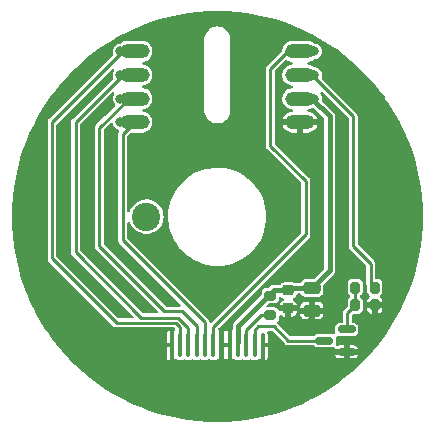
<source format=gbl>
G04 #@! TF.GenerationSoftware,KiCad,Pcbnew,8.0.7*
G04 #@! TF.CreationDate,2025-03-03T17:10:54+00:00*
G04 #@! TF.ProjectId,view_screen,76696577-5f73-4637-9265-656e2e6b6963,rev?*
G04 #@! TF.SameCoordinates,Original*
G04 #@! TF.FileFunction,Copper,L2,Bot*
G04 #@! TF.FilePolarity,Positive*
%FSLAX46Y46*%
G04 Gerber Fmt 4.6, Leading zero omitted, Abs format (unit mm)*
G04 Created by KiCad (PCBNEW 8.0.7) date 2025-03-03 17:10:54*
%MOMM*%
%LPD*%
G01*
G04 APERTURE LIST*
G04 Aperture macros list*
%AMRoundRect*
0 Rectangle with rounded corners*
0 $1 Rounding radius*
0 $2 $3 $4 $5 $6 $7 $8 $9 X,Y pos of 4 corners*
0 Add a 4 corners polygon primitive as box body*
4,1,4,$2,$3,$4,$5,$6,$7,$8,$9,$2,$3,0*
0 Add four circle primitives for the rounded corners*
1,1,$1+$1,$2,$3*
1,1,$1+$1,$4,$5*
1,1,$1+$1,$6,$7*
1,1,$1+$1,$8,$9*
0 Add four rect primitives between the rounded corners*
20,1,$1+$1,$2,$3,$4,$5,0*
20,1,$1+$1,$4,$5,$6,$7,0*
20,1,$1+$1,$6,$7,$8,$9,0*
20,1,$1+$1,$8,$9,$2,$3,0*%
G04 Aperture macros list end*
G04 #@! TA.AperFunction,ComponentPad*
%ADD10C,2.400000*%
G04 #@! TD*
G04 #@! TA.AperFunction,SMDPad,CuDef*
%ADD11RoundRect,0.087500X0.087500X-0.912500X0.087500X0.912500X-0.087500X0.912500X-0.087500X-0.912500X0*%
G04 #@! TD*
G04 #@! TA.AperFunction,SMDPad,CuDef*
%ADD12RoundRect,0.150000X0.587500X0.150000X-0.587500X0.150000X-0.587500X-0.150000X0.587500X-0.150000X0*%
G04 #@! TD*
G04 #@! TA.AperFunction,SMDPad,CuDef*
%ADD13RoundRect,0.200000X0.200000X0.275000X-0.200000X0.275000X-0.200000X-0.275000X0.200000X-0.275000X0*%
G04 #@! TD*
G04 #@! TA.AperFunction,SMDPad,CuDef*
%ADD14RoundRect,0.200000X-0.275000X0.200000X-0.275000X-0.200000X0.275000X-0.200000X0.275000X0.200000X0*%
G04 #@! TD*
G04 #@! TA.AperFunction,SMDPad,CuDef*
%ADD15RoundRect,0.200000X-0.200000X-0.275000X0.200000X-0.275000X0.200000X0.275000X-0.200000X0.275000X0*%
G04 #@! TD*
G04 #@! TA.AperFunction,SMDPad,CuDef*
%ADD16RoundRect,0.225000X-0.250000X0.225000X-0.250000X-0.225000X0.250000X-0.225000X0.250000X0.225000X0*%
G04 #@! TD*
G04 #@! TA.AperFunction,SMDPad,CuDef*
%ADD17RoundRect,0.250000X-0.475000X0.250000X-0.475000X-0.250000X0.475000X-0.250000X0.475000X0.250000X0*%
G04 #@! TD*
G04 #@! TA.AperFunction,SMDPad,CuDef*
%ADD18O,2.500000X1.250000*%
G04 #@! TD*
G04 #@! TA.AperFunction,ViaPad*
%ADD19C,0.800000*%
G04 #@! TD*
G04 #@! TA.AperFunction,Conductor*
%ADD20C,0.400000*%
G04 #@! TD*
G04 #@! TA.AperFunction,Conductor*
%ADD21C,0.250000*%
G04 #@! TD*
G04 APERTURE END LIST*
D10*
X94000000Y-100000000D03*
D11*
X103850000Y-110900000D03*
X103150000Y-110900000D03*
X102450000Y-110900000D03*
X101750000Y-110900000D03*
X101050000Y-110900000D03*
X100350000Y-110900000D03*
X99650000Y-110900000D03*
X98950000Y-110900000D03*
X98250000Y-110900000D03*
X97550000Y-110900000D03*
X96850000Y-110900000D03*
X96150000Y-110900000D03*
D12*
X110937500Y-109550000D03*
X110937500Y-111450000D03*
X109062500Y-110500000D03*
D13*
X113325000Y-106000000D03*
X111675000Y-106000000D03*
D14*
X104500000Y-106675000D03*
X104500000Y-108325000D03*
D15*
X111675000Y-107500000D03*
X113325000Y-107500000D03*
D16*
X106000000Y-106225000D03*
X106000000Y-107775000D03*
D17*
X108000000Y-106050000D03*
X108000000Y-107950000D03*
D18*
X93000000Y-92000000D03*
X93000000Y-90000000D03*
X93000000Y-88000000D03*
X93000000Y-86000000D03*
X107000000Y-92000000D03*
X107000000Y-90000000D03*
X107000000Y-88000000D03*
X107000000Y-86000000D03*
D19*
X93250000Y-107000000D03*
X85000000Y-98500000D03*
X107750000Y-109000000D03*
X105500000Y-93000000D03*
X91000000Y-98500000D03*
X115000000Y-101500000D03*
X100000000Y-116500000D03*
X89000000Y-98500000D03*
X95750000Y-107000000D03*
X87000000Y-98500000D03*
X90750000Y-107000000D03*
X100000000Y-107500000D03*
X98500000Y-92500000D03*
X108200000Y-90000000D03*
X108200000Y-86000000D03*
X108200000Y-88000000D03*
X91800000Y-86000000D03*
X91800000Y-88000000D03*
X91800000Y-90000000D03*
X91800000Y-92000000D03*
D20*
X101750000Y-109250000D02*
X101750000Y-110600000D01*
X108000000Y-90000000D02*
X109500000Y-91500000D01*
X109500000Y-104550000D02*
X108000000Y-106050000D01*
X109500000Y-91500000D02*
X109500000Y-104550000D01*
X106000000Y-106225000D02*
X104775000Y-106225000D01*
D21*
X106175000Y-106050000D02*
X106000000Y-106225000D01*
D20*
X108000000Y-106050000D02*
X106175000Y-106050000D01*
X104775000Y-106225000D02*
X101750000Y-109250000D01*
X108000000Y-90000000D02*
X107000000Y-90000000D01*
D21*
X107500000Y-101500000D02*
X107500000Y-97000000D01*
X99650000Y-110600000D02*
X99650000Y-109350000D01*
X104500000Y-87500000D02*
X106000000Y-86000000D01*
X106000000Y-86000000D02*
X107000000Y-86000000D01*
X104500000Y-94000000D02*
X104500000Y-87500000D01*
X99650000Y-109350000D02*
X107500000Y-101500000D01*
X107500000Y-97000000D02*
X104500000Y-94000000D01*
X113000000Y-105675000D02*
X113325000Y-106000000D01*
X113000000Y-104000000D02*
X113000000Y-105675000D01*
X111500000Y-102500000D02*
X113000000Y-104000000D01*
X107000000Y-88000000D02*
X108000000Y-88000000D01*
X111500000Y-91500000D02*
X111500000Y-102500000D01*
X108000000Y-88000000D02*
X111500000Y-91500000D01*
X96500000Y-109000000D02*
X91500000Y-109000000D01*
X96850000Y-109350000D02*
X96500000Y-109000000D01*
X96850000Y-110600000D02*
X96850000Y-109350000D01*
X91500000Y-109000000D02*
X86000000Y-103500000D01*
X86000000Y-103500000D02*
X86000000Y-92000000D01*
X86000000Y-92000000D02*
X92000000Y-86000000D01*
X92000000Y-86000000D02*
X93000000Y-86000000D01*
X88000000Y-103000000D02*
X93549991Y-108549991D01*
X93549991Y-108549991D02*
X96686401Y-108549991D01*
X92000000Y-88000000D02*
X88000000Y-92000000D01*
X88000000Y-92000000D02*
X88000000Y-103000000D01*
X96686401Y-108549991D02*
X97550000Y-109413589D01*
X93000000Y-88000000D02*
X92000000Y-88000000D01*
X97550000Y-109413589D02*
X97550000Y-110600000D01*
X92500000Y-90000000D02*
X93000000Y-90000000D01*
X98250000Y-110600000D02*
X98250000Y-109250000D01*
X95500000Y-108000000D02*
X90000000Y-102500000D01*
X97000000Y-108000000D02*
X95500000Y-108000000D01*
X98250000Y-109250000D02*
X97000000Y-108000000D01*
X90000000Y-102500000D02*
X90000000Y-92500000D01*
X90000000Y-92500000D02*
X92500000Y-90000000D01*
X92000000Y-93000000D02*
X93000000Y-92000000D01*
X92000000Y-102000000D02*
X92000000Y-93000000D01*
X98950000Y-110600000D02*
X98950000Y-108950000D01*
X98950000Y-108950000D02*
X92000000Y-102000000D01*
X103725000Y-108325000D02*
X104500000Y-108325000D01*
X102450000Y-109600000D02*
X103725000Y-108325000D01*
X102450000Y-110600000D02*
X102450000Y-109600000D01*
X103150000Y-109600000D02*
X103475010Y-109274990D01*
X104774990Y-109274990D02*
X106000000Y-110500000D01*
X103475010Y-109274990D02*
X104774990Y-109274990D01*
X103150000Y-110600000D02*
X103150000Y-109600000D01*
X106000000Y-110500000D02*
X109000000Y-110500000D01*
X111000000Y-108175000D02*
X111675000Y-107500000D01*
X111675000Y-106000000D02*
X111675000Y-107500000D01*
X111000000Y-109550000D02*
X111000000Y-108175000D01*
G04 #@! TA.AperFunction,Conductor*
G36*
X91200366Y-87440492D02*
G01*
X91257202Y-87483039D01*
X91282013Y-87549559D01*
X91266922Y-87618933D01*
X91260031Y-87630123D01*
X91216214Y-87693603D01*
X91216212Y-87693607D01*
X91159849Y-87842220D01*
X91140693Y-87999996D01*
X91140693Y-88000003D01*
X91159849Y-88157777D01*
X91159851Y-88157784D01*
X91171018Y-88187228D01*
X91176472Y-88258014D01*
X91142790Y-88320513D01*
X91142301Y-88321003D01*
X89376684Y-90086621D01*
X87766983Y-91696322D01*
X87766981Y-91696324D01*
X87731653Y-91731652D01*
X87696325Y-91766979D01*
X87696321Y-91766984D01*
X87646362Y-91853518D01*
X87641776Y-91870634D01*
X87641775Y-91870636D01*
X87620499Y-91950034D01*
X87620499Y-92060112D01*
X87620500Y-92060125D01*
X87620500Y-102942303D01*
X87620499Y-102942321D01*
X87620499Y-103049965D01*
X87639399Y-103120497D01*
X87646362Y-103146484D01*
X87696321Y-103233015D01*
X87696329Y-103233025D01*
X87774156Y-103310852D01*
X87774170Y-103310864D01*
X92868711Y-108405405D01*
X92902737Y-108467717D01*
X92897672Y-108538532D01*
X92855125Y-108595368D01*
X92788605Y-108620179D01*
X92779616Y-108620500D01*
X91709384Y-108620500D01*
X91641263Y-108600498D01*
X91620289Y-108583595D01*
X86416405Y-103379711D01*
X86382379Y-103317399D01*
X86379500Y-103290616D01*
X86379500Y-92209383D01*
X86399502Y-92141262D01*
X86416400Y-92120293D01*
X91067241Y-87469451D01*
X91129551Y-87435427D01*
X91200366Y-87440492D01*
G37*
G04 #@! TD.AperFunction*
G04 #@! TA.AperFunction,Conductor*
G36*
X91200366Y-89440492D02*
G01*
X91257202Y-89483039D01*
X91282013Y-89549559D01*
X91266922Y-89618933D01*
X91260031Y-89630123D01*
X91216214Y-89693603D01*
X91216212Y-89693607D01*
X91159849Y-89842220D01*
X91140693Y-89999996D01*
X91140693Y-90000003D01*
X91159849Y-90157779D01*
X91208447Y-90285919D01*
X91216213Y-90306395D01*
X91306502Y-90437201D01*
X91306503Y-90437202D01*
X91306504Y-90437203D01*
X91306505Y-90437204D01*
X91322757Y-90451603D01*
X91360481Y-90511748D01*
X91359699Y-90582740D01*
X91328296Y-90635008D01*
X90523959Y-91439346D01*
X89766983Y-92196322D01*
X89766981Y-92196324D01*
X89731653Y-92231652D01*
X89696325Y-92266979D01*
X89696321Y-92266984D01*
X89646362Y-92353516D01*
X89646363Y-92353516D01*
X89646362Y-92353520D01*
X89620499Y-92450036D01*
X89620499Y-92560112D01*
X89620500Y-92560125D01*
X89620500Y-102442303D01*
X89620499Y-102442321D01*
X89620499Y-102549965D01*
X89639399Y-102620497D01*
X89646362Y-102646484D01*
X89696321Y-102733015D01*
X89696329Y-102733025D01*
X89774156Y-102810852D01*
X89774170Y-102810864D01*
X94918702Y-107955396D01*
X94952728Y-108017708D01*
X94947663Y-108088523D01*
X94905116Y-108145359D01*
X94838596Y-108170170D01*
X94829607Y-108170491D01*
X93759375Y-108170491D01*
X93691254Y-108150489D01*
X93670280Y-108133586D01*
X88416405Y-102879711D01*
X88382379Y-102817399D01*
X88379500Y-102790616D01*
X88379500Y-92209383D01*
X88399502Y-92141262D01*
X88416400Y-92120293D01*
X91067241Y-89469451D01*
X91129551Y-89435427D01*
X91200366Y-89440492D01*
G37*
G04 #@! TD.AperFunction*
G04 #@! TA.AperFunction,Conductor*
G36*
X91079574Y-92061285D02*
G01*
X91136410Y-92103832D01*
X91155377Y-92151033D01*
X91158026Y-92150381D01*
X91159848Y-92157776D01*
X91201264Y-92266979D01*
X91216213Y-92306395D01*
X91306502Y-92437201D01*
X91425471Y-92542599D01*
X91425472Y-92542599D01*
X91425474Y-92542601D01*
X91459862Y-92560649D01*
X91566207Y-92616463D01*
X91566208Y-92616463D01*
X91566210Y-92616464D01*
X91593386Y-92623162D01*
X91654741Y-92658885D01*
X91687042Y-92722108D01*
X91680035Y-92792758D01*
X91672353Y-92808500D01*
X91646362Y-92853517D01*
X91646362Y-92853518D01*
X91646362Y-92853519D01*
X91639400Y-92879500D01*
X91620499Y-92950036D01*
X91620499Y-93060112D01*
X91620500Y-93060125D01*
X91620500Y-101942303D01*
X91620499Y-101942321D01*
X91620499Y-102049965D01*
X91639399Y-102120497D01*
X91646362Y-102146484D01*
X91696321Y-102233015D01*
X91696329Y-102233025D01*
X91774156Y-102310852D01*
X91774170Y-102310864D01*
X96868711Y-107405405D01*
X96902737Y-107467717D01*
X96897672Y-107538532D01*
X96855125Y-107595368D01*
X96788605Y-107620179D01*
X96779616Y-107620500D01*
X95709384Y-107620500D01*
X95641263Y-107600498D01*
X95620289Y-107583595D01*
X90416405Y-102379711D01*
X90382379Y-102317399D01*
X90379500Y-102290616D01*
X90379500Y-92709384D01*
X90399502Y-92641263D01*
X90416400Y-92620293D01*
X90946448Y-92090244D01*
X91008759Y-92056221D01*
X91079574Y-92061285D01*
G37*
G04 #@! TD.AperFunction*
G04 #@! TA.AperFunction,Conductor*
G36*
X100824914Y-82620136D02*
G01*
X100830868Y-82620420D01*
X101650970Y-82679074D01*
X101656869Y-82679637D01*
X102473244Y-82777247D01*
X102479171Y-82778100D01*
X103289931Y-82914436D01*
X103295790Y-82915566D01*
X104099160Y-83090329D01*
X104104985Y-83091741D01*
X104899124Y-83304529D01*
X104904865Y-83306216D01*
X105687973Y-83556548D01*
X105693591Y-83558492D01*
X106463929Y-83845813D01*
X106469496Y-83848042D01*
X107225270Y-84171683D01*
X107230725Y-84174175D01*
X107970200Y-84533391D01*
X107975530Y-84536138D01*
X108271124Y-84697544D01*
X108697135Y-84930163D01*
X108702301Y-84933145D01*
X109404331Y-85361055D01*
X109409344Y-85364277D01*
X109969576Y-85743453D01*
X110090221Y-85825108D01*
X110095103Y-85828584D01*
X110539362Y-86161153D01*
X110753254Y-86321270D01*
X110757964Y-86324974D01*
X111308339Y-86779402D01*
X111391936Y-86848425D01*
X111396463Y-86852347D01*
X111774850Y-87196324D01*
X112004819Y-87405380D01*
X112009159Y-87409519D01*
X112590480Y-87990840D01*
X112594619Y-87995180D01*
X113147647Y-88603531D01*
X113151572Y-88608061D01*
X113226534Y-88698850D01*
X113675022Y-89242031D01*
X113678729Y-89246745D01*
X114171412Y-89904893D01*
X114174891Y-89909778D01*
X114235957Y-90000003D01*
X114541609Y-90451603D01*
X114635712Y-90590639D01*
X114638950Y-90595679D01*
X115048132Y-91266984D01*
X115066845Y-91297684D01*
X115069844Y-91302878D01*
X115463861Y-92024469D01*
X115466608Y-92029799D01*
X115825824Y-92769274D01*
X115828316Y-92774729D01*
X116151957Y-93530503D01*
X116154186Y-93536070D01*
X116441496Y-94306376D01*
X116443457Y-94312044D01*
X116693781Y-95095127D01*
X116695471Y-95100881D01*
X116908257Y-95895011D01*
X116909670Y-95900839D01*
X117084433Y-96704209D01*
X117085568Y-96710097D01*
X117221898Y-97520824D01*
X117222752Y-97526760D01*
X117320358Y-98343095D01*
X117320928Y-98349065D01*
X117379578Y-99169113D01*
X117379863Y-99175103D01*
X117399428Y-99997001D01*
X117399428Y-100002999D01*
X117379863Y-100824896D01*
X117379578Y-100830886D01*
X117320928Y-101650934D01*
X117320358Y-101656904D01*
X117222752Y-102473239D01*
X117221898Y-102479175D01*
X117085568Y-103289902D01*
X117084433Y-103295790D01*
X116909670Y-104099160D01*
X116908257Y-104104988D01*
X116695471Y-104899118D01*
X116693781Y-104904872D01*
X116443457Y-105687955D01*
X116441496Y-105693623D01*
X116154186Y-106463929D01*
X116151957Y-106469496D01*
X115828316Y-107225270D01*
X115825824Y-107230725D01*
X115466608Y-107970200D01*
X115463861Y-107975530D01*
X115069844Y-108697121D01*
X115066845Y-108702315D01*
X114638954Y-109404315D01*
X114635712Y-109409360D01*
X114174891Y-110090221D01*
X114171412Y-110095106D01*
X113678729Y-110753254D01*
X113675022Y-110757968D01*
X113151574Y-111391936D01*
X113147647Y-111396468D01*
X112594619Y-112004819D01*
X112590480Y-112009159D01*
X112009159Y-112590480D01*
X112004819Y-112594619D01*
X111396468Y-113147647D01*
X111391936Y-113151574D01*
X110757968Y-113675022D01*
X110753254Y-113678729D01*
X110095106Y-114171412D01*
X110090221Y-114174891D01*
X109409360Y-114635712D01*
X109404315Y-114638954D01*
X108702315Y-115066845D01*
X108697121Y-115069844D01*
X107975530Y-115463861D01*
X107970200Y-115466608D01*
X107230725Y-115825824D01*
X107225270Y-115828316D01*
X106469496Y-116151957D01*
X106463929Y-116154186D01*
X105693623Y-116441496D01*
X105687955Y-116443457D01*
X104904872Y-116693781D01*
X104899118Y-116695471D01*
X104104988Y-116908257D01*
X104099160Y-116909670D01*
X103295790Y-117084433D01*
X103289902Y-117085568D01*
X102479175Y-117221898D01*
X102473239Y-117222752D01*
X101656904Y-117320358D01*
X101650934Y-117320928D01*
X100830886Y-117379578D01*
X100824896Y-117379863D01*
X100002999Y-117399428D01*
X99997001Y-117399428D01*
X99175103Y-117379863D01*
X99169113Y-117379578D01*
X98349065Y-117320928D01*
X98343095Y-117320358D01*
X97526760Y-117222752D01*
X97520824Y-117221898D01*
X96710097Y-117085568D01*
X96704209Y-117084433D01*
X95900839Y-116909670D01*
X95895011Y-116908257D01*
X95100881Y-116695471D01*
X95095127Y-116693781D01*
X94312044Y-116443457D01*
X94306383Y-116441498D01*
X94045969Y-116344369D01*
X93536070Y-116154186D01*
X93530503Y-116151957D01*
X92774729Y-115828316D01*
X92769274Y-115825824D01*
X92029799Y-115466608D01*
X92024469Y-115463861D01*
X91302878Y-115069844D01*
X91297684Y-115066845D01*
X90595684Y-114638954D01*
X90590639Y-114635712D01*
X89909778Y-114174891D01*
X89904893Y-114171412D01*
X89246745Y-113678729D01*
X89242031Y-113675022D01*
X88608063Y-113151574D01*
X88603531Y-113147647D01*
X87995180Y-112594619D01*
X87990840Y-112590480D01*
X87409519Y-112009159D01*
X87405380Y-112004819D01*
X87266929Y-111852518D01*
X95721000Y-111852518D01*
X95727547Y-111902248D01*
X95778445Y-112011400D01*
X95863599Y-112096554D01*
X95972751Y-112147451D01*
X95975000Y-112147747D01*
X95975000Y-111075000D01*
X95721000Y-111075000D01*
X95721000Y-111852518D01*
X87266929Y-111852518D01*
X86852352Y-111396468D01*
X86848425Y-111391936D01*
X86569814Y-111054500D01*
X86324974Y-110757964D01*
X86321270Y-110753254D01*
X85995567Y-110318166D01*
X85828584Y-110095103D01*
X85825108Y-110090221D01*
X85822746Y-110086731D01*
X85728499Y-109947481D01*
X95721000Y-109947481D01*
X95721000Y-110725000D01*
X95975000Y-110725000D01*
X95975000Y-109652250D01*
X95972755Y-109652547D01*
X95972748Y-109652549D01*
X95863599Y-109703445D01*
X95778445Y-109788599D01*
X95727547Y-109897751D01*
X95721000Y-109947481D01*
X85728499Y-109947481D01*
X85364277Y-109409344D01*
X85361055Y-109404331D01*
X84933145Y-108702301D01*
X84930155Y-108697121D01*
X84900009Y-108641913D01*
X84685041Y-108248226D01*
X84536138Y-107975530D01*
X84533391Y-107970200D01*
X84174175Y-107230725D01*
X84171683Y-107225270D01*
X83848042Y-106469496D01*
X83845813Y-106463929D01*
X83807218Y-106360451D01*
X83558492Y-105693591D01*
X83556542Y-105687955D01*
X83550885Y-105670259D01*
X83306216Y-104904865D01*
X83304528Y-104899118D01*
X83285760Y-104829076D01*
X83091741Y-104104985D01*
X83090329Y-104099160D01*
X82915566Y-103295790D01*
X82914436Y-103289931D01*
X82778100Y-102479171D01*
X82777247Y-102473239D01*
X82774473Y-102450038D01*
X82679637Y-101656869D01*
X82679074Y-101650970D01*
X82620420Y-100830868D01*
X82620136Y-100824896D01*
X82617035Y-100694640D01*
X82600571Y-100002982D01*
X82600571Y-99997001D01*
X82606218Y-99759777D01*
X82620136Y-99175083D01*
X82620421Y-99169113D01*
X82679074Y-98349025D01*
X82679637Y-98343134D01*
X82777248Y-97526749D01*
X82778101Y-97520824D01*
X82914438Y-96710060D01*
X82915566Y-96704209D01*
X83090329Y-95900839D01*
X83091742Y-95895011D01*
X83304528Y-95100881D01*
X83306218Y-95095127D01*
X83323853Y-95039961D01*
X83556552Y-94312013D01*
X83558487Y-94306420D01*
X83845821Y-93536049D01*
X83848042Y-93530503D01*
X84171689Y-92774715D01*
X84174175Y-92769274D01*
X84216011Y-92683153D01*
X84533392Y-92029796D01*
X84536138Y-92024469D01*
X84576780Y-91950038D01*
X84576782Y-91950034D01*
X85620499Y-91950034D01*
X85620499Y-92060112D01*
X85620500Y-92060125D01*
X85620500Y-103442303D01*
X85620499Y-103442321D01*
X85620499Y-103450038D01*
X85620499Y-103549962D01*
X85639400Y-103620500D01*
X85646362Y-103646482D01*
X85656954Y-103664828D01*
X85696321Y-103733015D01*
X85696329Y-103733025D01*
X85774156Y-103810852D01*
X85774170Y-103810864D01*
X91191913Y-109228607D01*
X91191934Y-109228630D01*
X91266974Y-109303670D01*
X91266979Y-109303674D01*
X91266981Y-109303676D01*
X91266982Y-109303677D01*
X91266984Y-109303678D01*
X91295231Y-109319986D01*
X91303832Y-109324952D01*
X91353519Y-109353639D01*
X91450038Y-109379501D01*
X91450040Y-109379501D01*
X91557680Y-109379501D01*
X91557696Y-109379500D01*
X96290616Y-109379500D01*
X96358737Y-109399502D01*
X96379711Y-109416405D01*
X96397129Y-109433823D01*
X96431155Y-109496135D01*
X96426090Y-109566950D01*
X96383543Y-109623786D01*
X96338160Y-109640712D01*
X96325000Y-109652250D01*
X96325000Y-112147747D01*
X96327248Y-112147451D01*
X96446291Y-112091942D01*
X96516483Y-112081281D01*
X96551981Y-112095182D01*
X96553320Y-112092313D01*
X96563310Y-112096971D01*
X96563311Y-112096972D01*
X96672618Y-112147943D01*
X96722424Y-112154500D01*
X96722431Y-112154500D01*
X96977569Y-112154500D01*
X96977576Y-112154500D01*
X97027382Y-112147943D01*
X97136689Y-112096972D01*
X97136689Y-112096971D01*
X97146680Y-112092313D01*
X97148561Y-112096348D01*
X97193822Y-112080610D01*
X97252213Y-112094685D01*
X97253320Y-112092313D01*
X97263310Y-112096971D01*
X97263311Y-112096972D01*
X97372618Y-112147943D01*
X97422424Y-112154500D01*
X97422431Y-112154500D01*
X97677569Y-112154500D01*
X97677576Y-112154500D01*
X97727382Y-112147943D01*
X97836689Y-112096972D01*
X97836689Y-112096971D01*
X97846680Y-112092313D01*
X97848561Y-112096348D01*
X97893822Y-112080610D01*
X97952213Y-112094685D01*
X97953320Y-112092313D01*
X97963310Y-112096971D01*
X97963311Y-112096972D01*
X98072618Y-112147943D01*
X98122424Y-112154500D01*
X98122431Y-112154500D01*
X98377569Y-112154500D01*
X98377576Y-112154500D01*
X98427382Y-112147943D01*
X98536689Y-112096972D01*
X98536689Y-112096971D01*
X98546680Y-112092313D01*
X98548561Y-112096348D01*
X98593822Y-112080610D01*
X98652213Y-112094685D01*
X98653320Y-112092313D01*
X98663310Y-112096971D01*
X98663311Y-112096972D01*
X98772618Y-112147943D01*
X98822424Y-112154500D01*
X98822431Y-112154500D01*
X99077569Y-112154500D01*
X99077576Y-112154500D01*
X99127382Y-112147943D01*
X99236689Y-112096972D01*
X99236689Y-112096971D01*
X99246680Y-112092313D01*
X99248561Y-112096348D01*
X99293822Y-112080610D01*
X99352213Y-112094685D01*
X99353320Y-112092313D01*
X99363310Y-112096971D01*
X99363311Y-112096972D01*
X99472618Y-112147943D01*
X99522424Y-112154500D01*
X99522431Y-112154500D01*
X99777569Y-112154500D01*
X99777576Y-112154500D01*
X99827382Y-112147943D01*
X99936689Y-112096972D01*
X99936689Y-112096971D01*
X99946680Y-112092313D01*
X99948447Y-112096102D01*
X99995368Y-112080240D01*
X100053709Y-112091942D01*
X100172751Y-112147451D01*
X100175000Y-112147747D01*
X100525000Y-112147747D01*
X100527248Y-112147451D01*
X100646388Y-112091897D01*
X100648180Y-112095741D01*
X100694881Y-112079942D01*
X100752473Y-112094339D01*
X100753612Y-112091897D01*
X100872751Y-112147451D01*
X100874999Y-112147747D01*
X100875000Y-112147747D01*
X100875000Y-111075000D01*
X100525000Y-111075000D01*
X100525000Y-112147747D01*
X100175000Y-112147747D01*
X100175000Y-109652250D01*
X100525000Y-109652250D01*
X100525000Y-110725000D01*
X100875000Y-110725000D01*
X100875000Y-109652250D01*
X100872755Y-109652547D01*
X100872748Y-109652549D01*
X100753612Y-109708103D01*
X100751829Y-109704280D01*
X100704886Y-109720066D01*
X100647546Y-109705619D01*
X100646388Y-109708103D01*
X100527251Y-109652549D01*
X100527244Y-109652547D01*
X100525000Y-109652250D01*
X100175000Y-109652250D01*
X100161656Y-109640552D01*
X100138297Y-109636917D01*
X100085184Y-109589805D01*
X100065973Y-109521457D01*
X100086764Y-109453573D01*
X100102865Y-109433828D01*
X107722642Y-101814050D01*
X107722652Y-101814043D01*
X107803670Y-101733025D01*
X107803676Y-101733019D01*
X107853638Y-101646482D01*
X107879500Y-101549962D01*
X107879500Y-97060125D01*
X107879501Y-97060112D01*
X107879501Y-96950038D01*
X107879500Y-96950036D01*
X107859884Y-96876831D01*
X107853638Y-96853519D01*
X107853638Y-96853518D01*
X107803676Y-96766981D01*
X107803674Y-96766979D01*
X107803670Y-96766974D01*
X107728630Y-96691934D01*
X107728607Y-96691913D01*
X104916405Y-93879711D01*
X104882379Y-93817399D01*
X104879500Y-93790616D01*
X104879500Y-92254000D01*
X105529305Y-92254000D01*
X105529781Y-92256397D01*
X105529781Y-92256398D01*
X105596040Y-92416363D01*
X105692235Y-92560329D01*
X105692240Y-92560335D01*
X105814664Y-92682759D01*
X105814670Y-92682764D01*
X105958636Y-92778959D01*
X106118601Y-92845218D01*
X106118604Y-92845219D01*
X106288422Y-92878999D01*
X106288426Y-92879000D01*
X106746000Y-92879000D01*
X107254000Y-92879000D01*
X107711574Y-92879000D01*
X107711577Y-92878999D01*
X107881395Y-92845219D01*
X107881398Y-92845218D01*
X108041363Y-92778959D01*
X108185329Y-92682764D01*
X108185335Y-92682759D01*
X108307759Y-92560335D01*
X108307764Y-92560329D01*
X108403959Y-92416363D01*
X108470218Y-92256398D01*
X108470218Y-92256397D01*
X108470695Y-92254000D01*
X107254000Y-92254000D01*
X107254000Y-92879000D01*
X106746000Y-92879000D01*
X106746000Y-92254000D01*
X105529305Y-92254000D01*
X104879500Y-92254000D01*
X104879500Y-87709384D01*
X104899502Y-87641263D01*
X104916400Y-87620293D01*
X105764726Y-86771966D01*
X105827037Y-86737943D01*
X105897852Y-86743007D01*
X105923819Y-86756297D01*
X105958400Y-86779403D01*
X106118459Y-86845702D01*
X106231823Y-86868251D01*
X106272896Y-86876421D01*
X106335805Y-86909329D01*
X106370937Y-86971024D01*
X106367137Y-87041918D01*
X106325611Y-87099504D01*
X106272896Y-87123579D01*
X106118458Y-87154298D01*
X106118453Y-87154300D01*
X105958400Y-87220597D01*
X105814352Y-87316846D01*
X105814346Y-87316851D01*
X105691851Y-87439346D01*
X105691846Y-87439352D01*
X105595597Y-87583400D01*
X105529300Y-87743453D01*
X105529298Y-87743460D01*
X105495500Y-87913371D01*
X105495500Y-88086628D01*
X105509654Y-88157782D01*
X105529298Y-88256541D01*
X105595597Y-88416600D01*
X105691847Y-88560649D01*
X105814351Y-88683153D01*
X105958400Y-88779403D01*
X106118459Y-88845702D01*
X106231823Y-88868251D01*
X106272896Y-88876421D01*
X106335805Y-88909329D01*
X106370937Y-88971024D01*
X106367137Y-89041918D01*
X106325611Y-89099504D01*
X106272896Y-89123579D01*
X106118458Y-89154298D01*
X106118453Y-89154300D01*
X105958400Y-89220597D01*
X105814352Y-89316846D01*
X105814346Y-89316851D01*
X105691851Y-89439346D01*
X105691846Y-89439352D01*
X105595597Y-89583400D01*
X105529300Y-89743453D01*
X105529298Y-89743460D01*
X105495500Y-89913371D01*
X105495500Y-90086628D01*
X105515366Y-90186498D01*
X105529298Y-90256541D01*
X105595597Y-90416600D01*
X105691847Y-90560649D01*
X105814351Y-90683153D01*
X105958400Y-90779403D01*
X106118459Y-90845702D01*
X106274178Y-90876675D01*
X106337087Y-90909582D01*
X106372219Y-90971277D01*
X106368419Y-91042172D01*
X106326894Y-91099758D01*
X106274179Y-91123833D01*
X106118602Y-91154780D01*
X106118601Y-91154781D01*
X105958636Y-91221040D01*
X105814670Y-91317235D01*
X105814664Y-91317240D01*
X105692240Y-91439664D01*
X105692235Y-91439670D01*
X105596040Y-91583636D01*
X105529781Y-91743601D01*
X105529781Y-91743602D01*
X105529305Y-91746000D01*
X108470695Y-91746000D01*
X108470218Y-91743602D01*
X108470218Y-91743601D01*
X108403959Y-91583636D01*
X108307764Y-91439670D01*
X108307759Y-91439664D01*
X108185335Y-91317240D01*
X108185329Y-91317235D01*
X108041363Y-91221040D01*
X107881398Y-91154781D01*
X107725820Y-91123833D01*
X107662911Y-91090925D01*
X107627780Y-91029229D01*
X107631581Y-90958334D01*
X107673107Y-90900749D01*
X107725819Y-90876676D01*
X107881541Y-90845702D01*
X108031023Y-90783783D01*
X108101613Y-90776194D01*
X108165100Y-90807973D01*
X108168337Y-90811097D01*
X109008595Y-91651355D01*
X109042621Y-91713667D01*
X109045500Y-91740450D01*
X109045500Y-104309548D01*
X109025498Y-104377669D01*
X109008595Y-104398644D01*
X108148642Y-105258596D01*
X108086330Y-105292621D01*
X108059547Y-105295500D01*
X107476753Y-105295500D01*
X107476729Y-105295502D01*
X107416660Y-105301959D01*
X107416658Y-105301959D01*
X107280733Y-105352657D01*
X107164596Y-105439595D01*
X107115894Y-105504654D01*
X107099437Y-105526640D01*
X107085687Y-105545008D01*
X107028852Y-105587555D01*
X106984818Y-105595500D01*
X106551718Y-105595500D01*
X106490893Y-105577640D01*
X106490072Y-105579144D01*
X106482164Y-105574826D01*
X106482163Y-105574825D01*
X106352973Y-105526640D01*
X106345834Y-105525872D01*
X106295871Y-105520500D01*
X106295864Y-105520500D01*
X105704136Y-105520500D01*
X105704128Y-105520500D01*
X105647027Y-105526640D01*
X105517833Y-105574826D01*
X105517832Y-105574827D01*
X105407456Y-105657456D01*
X105360628Y-105720010D01*
X105303792Y-105762556D01*
X105259761Y-105770500D01*
X104842570Y-105770500D01*
X104842554Y-105770499D01*
X104834836Y-105770499D01*
X104715164Y-105770499D01*
X104623997Y-105794927D01*
X104609892Y-105798706D01*
X104599567Y-105801473D01*
X104495933Y-105861306D01*
X104495928Y-105861310D01*
X104460188Y-105897051D01*
X104411309Y-105945930D01*
X104411307Y-105945932D01*
X104373642Y-105983597D01*
X104311330Y-106017621D01*
X104284549Y-106020500D01*
X104170259Y-106020500D01*
X104170244Y-106020501D01*
X104139547Y-106023379D01*
X104139544Y-106023380D01*
X104010232Y-106068628D01*
X104010225Y-106068631D01*
X103899989Y-106149989D01*
X103818631Y-106260225D01*
X103818628Y-106260232D01*
X103773379Y-106389545D01*
X103770500Y-106420248D01*
X103770500Y-106534549D01*
X103750498Y-106602670D01*
X103733595Y-106623644D01*
X101470932Y-108886307D01*
X101470930Y-108886309D01*
X101446249Y-108910990D01*
X101386310Y-108970928D01*
X101386306Y-108970933D01*
X101326472Y-109074570D01*
X101322179Y-109090593D01*
X101295499Y-109190160D01*
X101295499Y-109319986D01*
X101295500Y-109319999D01*
X101295500Y-109533342D01*
X101275498Y-109601463D01*
X101252562Y-109628088D01*
X101225000Y-109652251D01*
X101225000Y-112147747D01*
X101227248Y-112147451D01*
X101346291Y-112091942D01*
X101416483Y-112081281D01*
X101451981Y-112095182D01*
X101453320Y-112092313D01*
X101463310Y-112096971D01*
X101463311Y-112096972D01*
X101572618Y-112147943D01*
X101622424Y-112154500D01*
X101622431Y-112154500D01*
X101877569Y-112154500D01*
X101877576Y-112154500D01*
X101927382Y-112147943D01*
X102036689Y-112096972D01*
X102036689Y-112096971D01*
X102046680Y-112092313D01*
X102048561Y-112096348D01*
X102093822Y-112080610D01*
X102152213Y-112094685D01*
X102153320Y-112092313D01*
X102163310Y-112096971D01*
X102163311Y-112096972D01*
X102272618Y-112147943D01*
X102322424Y-112154500D01*
X102322431Y-112154500D01*
X102577569Y-112154500D01*
X102577576Y-112154500D01*
X102627382Y-112147943D01*
X102736689Y-112096972D01*
X102736689Y-112096971D01*
X102746680Y-112092313D01*
X102748561Y-112096348D01*
X102793822Y-112080610D01*
X102852213Y-112094685D01*
X102853320Y-112092313D01*
X102863310Y-112096971D01*
X102863311Y-112096972D01*
X102972618Y-112147943D01*
X103022424Y-112154500D01*
X103022431Y-112154500D01*
X103277569Y-112154500D01*
X103277576Y-112154500D01*
X103327382Y-112147943D01*
X103436689Y-112096972D01*
X103436689Y-112096971D01*
X103446680Y-112092313D01*
X103448447Y-112096102D01*
X103495368Y-112080240D01*
X103553709Y-112091942D01*
X103672751Y-112147451D01*
X103675000Y-112147747D01*
X104025000Y-112147747D01*
X104027248Y-112147451D01*
X104136400Y-112096554D01*
X104221554Y-112011400D01*
X104272452Y-111902248D01*
X104278999Y-111852518D01*
X104279000Y-111852507D01*
X104279000Y-111704000D01*
X109957437Y-111704000D01*
X109960983Y-111726393D01*
X109960986Y-111726402D01*
X110019081Y-111840421D01*
X110019084Y-111840426D01*
X110109575Y-111930917D01*
X110223599Y-111989015D01*
X110318208Y-112003999D01*
X110683500Y-112003999D01*
X111191500Y-112003999D01*
X111556792Y-112003999D01*
X111651397Y-111989016D01*
X111765424Y-111930917D01*
X111855915Y-111840426D01*
X111855917Y-111840423D01*
X111914016Y-111726399D01*
X111917564Y-111704001D01*
X111917563Y-111704000D01*
X111191500Y-111704000D01*
X111191500Y-112003999D01*
X110683500Y-112003999D01*
X110683500Y-111704000D01*
X109957437Y-111704000D01*
X104279000Y-111704000D01*
X104279000Y-111075000D01*
X104025000Y-111075000D01*
X104025000Y-112147747D01*
X103675000Y-112147747D01*
X103675000Y-111026000D01*
X103695002Y-110957879D01*
X103748658Y-110911386D01*
X103801000Y-110900000D01*
X103850000Y-110900000D01*
X103850000Y-110851000D01*
X103870002Y-110782879D01*
X103923658Y-110736386D01*
X103976000Y-110725000D01*
X104279000Y-110725000D01*
X104279000Y-109947493D01*
X104278999Y-109947481D01*
X104272452Y-109897750D01*
X104272452Y-109897749D01*
X104242604Y-109833739D01*
X104231943Y-109763548D01*
X104260923Y-109698735D01*
X104320343Y-109659879D01*
X104356799Y-109654490D01*
X104565606Y-109654490D01*
X104633727Y-109674492D01*
X104654701Y-109691395D01*
X105691913Y-110728607D01*
X105691934Y-110728630D01*
X105766974Y-110803670D01*
X105766979Y-110803674D01*
X105766981Y-110803676D01*
X105766982Y-110803677D01*
X105766984Y-110803678D01*
X105853514Y-110853636D01*
X105853518Y-110853638D01*
X105873909Y-110859101D01*
X105873914Y-110859104D01*
X105873915Y-110859103D01*
X105950038Y-110879501D01*
X106057680Y-110879501D01*
X106057696Y-110879500D01*
X108080260Y-110879500D01*
X108148381Y-110899502D01*
X108169355Y-110916405D01*
X108234276Y-110981326D01*
X108291361Y-111010412D01*
X108348445Y-111039498D01*
X108443166Y-111054500D01*
X108443168Y-111054500D01*
X109681832Y-111054500D01*
X109681834Y-111054500D01*
X109776555Y-111039498D01*
X109779938Y-111037774D01*
X109784500Y-111036917D01*
X109785984Y-111036435D01*
X109786046Y-111036626D01*
X109849710Y-111024666D01*
X109915497Y-111051362D01*
X109956407Y-111109386D01*
X109961594Y-111169750D01*
X109957436Y-111195999D01*
X109957437Y-111196000D01*
X110683500Y-111196000D01*
X111191500Y-111196000D01*
X111917563Y-111196000D01*
X111917563Y-111195999D01*
X111914016Y-111173606D01*
X111914013Y-111173597D01*
X111855918Y-111059578D01*
X111855915Y-111059573D01*
X111765424Y-110969082D01*
X111651400Y-110910984D01*
X111556792Y-110896000D01*
X111191500Y-110896000D01*
X111191500Y-111196000D01*
X110683500Y-111196000D01*
X110683500Y-110896000D01*
X110318207Y-110896000D01*
X110223600Y-110910983D01*
X110223598Y-110910984D01*
X110220504Y-110912561D01*
X110216341Y-110913342D01*
X110214170Y-110914048D01*
X110214078Y-110913767D01*
X110150726Y-110925660D01*
X110084943Y-110898955D01*
X110044041Y-110840925D01*
X110038860Y-110780579D01*
X110039497Y-110776556D01*
X110039498Y-110776555D01*
X110054500Y-110681834D01*
X110054500Y-110318166D01*
X110039498Y-110223445D01*
X110039497Y-110223444D01*
X110038957Y-110220030D01*
X110048057Y-110149619D01*
X110093779Y-110095305D01*
X110161607Y-110074333D01*
X110213990Y-110086513D01*
X110214016Y-110086435D01*
X110214929Y-110086731D01*
X110220607Y-110088052D01*
X110223445Y-110089498D01*
X110318166Y-110104500D01*
X110318168Y-110104500D01*
X111556832Y-110104500D01*
X111556834Y-110104500D01*
X111651555Y-110089498D01*
X111765723Y-110031326D01*
X111856326Y-109940723D01*
X111914498Y-109826555D01*
X111929500Y-109731834D01*
X111929500Y-109368166D01*
X111914498Y-109273445D01*
X111872062Y-109190160D01*
X111856326Y-109159276D01*
X111765723Y-109068673D01*
X111651553Y-109010501D01*
X111586836Y-109000251D01*
X111556834Y-108995500D01*
X111556832Y-108995500D01*
X111505500Y-108995500D01*
X111437379Y-108975498D01*
X111390886Y-108921842D01*
X111379500Y-108869500D01*
X111379500Y-108384384D01*
X111399502Y-108316263D01*
X111416405Y-108295289D01*
X111445290Y-108266404D01*
X111507602Y-108232378D01*
X111534385Y-108229499D01*
X111929739Y-108229499D01*
X111929748Y-108229499D01*
X111960451Y-108226621D01*
X112089773Y-108181369D01*
X112200010Y-108100010D01*
X112281369Y-107989773D01*
X112326621Y-107860451D01*
X112329500Y-107829749D01*
X112329500Y-107829688D01*
X112671000Y-107829688D01*
X112673876Y-107860360D01*
X112719076Y-107989534D01*
X112800347Y-108099652D01*
X112910465Y-108180923D01*
X113039640Y-108226123D01*
X113039638Y-108226123D01*
X113070311Y-108228999D01*
X113070317Y-108229000D01*
X113071000Y-108229000D01*
X113579000Y-108229000D01*
X113579683Y-108229000D01*
X113579688Y-108228999D01*
X113610360Y-108226123D01*
X113739534Y-108180923D01*
X113849652Y-108099652D01*
X113930923Y-107989534D01*
X113976123Y-107860360D01*
X113978999Y-107829688D01*
X113979000Y-107829682D01*
X113979000Y-107754000D01*
X113579000Y-107754000D01*
X113579000Y-108229000D01*
X113071000Y-108229000D01*
X113071000Y-107754000D01*
X112671000Y-107754000D01*
X112671000Y-107829688D01*
X112329500Y-107829688D01*
X112329499Y-107170252D01*
X112326621Y-107139549D01*
X112299013Y-107060650D01*
X112281371Y-107010232D01*
X112281368Y-107010225D01*
X112200010Y-106899989D01*
X112134145Y-106851379D01*
X112091213Y-106794834D01*
X112085666Y-106724055D01*
X112119267Y-106661513D01*
X112134145Y-106648621D01*
X112200010Y-106600010D01*
X112241152Y-106544265D01*
X112281369Y-106489773D01*
X112326621Y-106360451D01*
X112329500Y-106329749D01*
X112329499Y-105670252D01*
X112326621Y-105639549D01*
X112297292Y-105555733D01*
X112281371Y-105510232D01*
X112281368Y-105510225D01*
X112200010Y-105399989D01*
X112089774Y-105318631D01*
X112089767Y-105318628D01*
X111960453Y-105273379D01*
X111960455Y-105273379D01*
X111935889Y-105271075D01*
X111929749Y-105270500D01*
X111929748Y-105270500D01*
X111420259Y-105270500D01*
X111420244Y-105270501D01*
X111389547Y-105273379D01*
X111389544Y-105273380D01*
X111260232Y-105318628D01*
X111260225Y-105318631D01*
X111149989Y-105399989D01*
X111068631Y-105510225D01*
X111068628Y-105510232D01*
X111023379Y-105639545D01*
X111020500Y-105670248D01*
X111020500Y-106329740D01*
X111020501Y-106329755D01*
X111023379Y-106360452D01*
X111023380Y-106360455D01*
X111068628Y-106489767D01*
X111068631Y-106489774D01*
X111149988Y-106600008D01*
X111149989Y-106600008D01*
X111149990Y-106600010D01*
X111182013Y-106623644D01*
X111215855Y-106648621D01*
X111258787Y-106705166D01*
X111264333Y-106775946D01*
X111230732Y-106838488D01*
X111215855Y-106851379D01*
X111149988Y-106899991D01*
X111068631Y-107010225D01*
X111068628Y-107010232D01*
X111023379Y-107139545D01*
X111020500Y-107170248D01*
X111020500Y-107565615D01*
X111000498Y-107633736D01*
X110983595Y-107654710D01*
X110766983Y-107871322D01*
X110766981Y-107871324D01*
X110731653Y-107906652D01*
X110696325Y-107941979D01*
X110696321Y-107941984D01*
X110646362Y-108028516D01*
X110646363Y-108028516D01*
X110646362Y-108028518D01*
X110646362Y-108028519D01*
X110641723Y-108045832D01*
X110620499Y-108125036D01*
X110620499Y-108235112D01*
X110620500Y-108235125D01*
X110620500Y-108869500D01*
X110600498Y-108937621D01*
X110546842Y-108984114D01*
X110494500Y-108995500D01*
X110318166Y-108995500D01*
X110292266Y-108999602D01*
X110223446Y-109010501D01*
X110109276Y-109068673D01*
X110018673Y-109159276D01*
X109960501Y-109273446D01*
X109945500Y-109368167D01*
X109945500Y-109731833D01*
X109961042Y-109829970D01*
X109951942Y-109900381D01*
X109906219Y-109954694D01*
X109838391Y-109975666D01*
X109786009Y-109963486D01*
X109785984Y-109963565D01*
X109785065Y-109963266D01*
X109779395Y-109961948D01*
X109776556Y-109960501D01*
X109702172Y-109948721D01*
X109681834Y-109945500D01*
X108443166Y-109945500D01*
X108417266Y-109949602D01*
X108348446Y-109960501D01*
X108234276Y-110018673D01*
X108234274Y-110018675D01*
X108169355Y-110083595D01*
X108107043Y-110117621D01*
X108080260Y-110120500D01*
X106209384Y-110120500D01*
X106141263Y-110100498D01*
X106120289Y-110083595D01*
X105085854Y-109049160D01*
X105085842Y-109049146D01*
X105080813Y-109044117D01*
X105079418Y-109041563D01*
X105072419Y-109033301D01*
X105072414Y-109033294D01*
X105074204Y-109032014D01*
X105046787Y-108981805D01*
X105051852Y-108910990D01*
X105094399Y-108854154D01*
X105094863Y-108853808D01*
X105100010Y-108850010D01*
X105181369Y-108739773D01*
X105226621Y-108610451D01*
X105229500Y-108579749D01*
X105229499Y-108460416D01*
X105249500Y-108392298D01*
X105303156Y-108345805D01*
X105373430Y-108335700D01*
X105431009Y-108359550D01*
X105518079Y-108424731D01*
X105647139Y-108472868D01*
X105704167Y-108478999D01*
X105704184Y-108479000D01*
X105746000Y-108479000D01*
X106254000Y-108479000D01*
X106295816Y-108479000D01*
X106295832Y-108478999D01*
X106352860Y-108472868D01*
X106481920Y-108424731D01*
X106592186Y-108342186D01*
X106662542Y-108248202D01*
X107021001Y-108248202D01*
X107021002Y-108248226D01*
X107027452Y-108308232D01*
X107027452Y-108308234D01*
X107078100Y-108444023D01*
X107164952Y-108560047D01*
X107280976Y-108646899D01*
X107280975Y-108646899D01*
X107416761Y-108697546D01*
X107416769Y-108697548D01*
X107476785Y-108703999D01*
X107746000Y-108703999D01*
X108254000Y-108703999D01*
X108523203Y-108703999D01*
X108523226Y-108703997D01*
X108583232Y-108697547D01*
X108583234Y-108697547D01*
X108719023Y-108646899D01*
X108835047Y-108560047D01*
X108921899Y-108444023D01*
X108972546Y-108308238D01*
X108972548Y-108308230D01*
X108978999Y-108248222D01*
X108979000Y-108248205D01*
X108979000Y-108204000D01*
X108254000Y-108204000D01*
X108254000Y-108703999D01*
X107746000Y-108703999D01*
X107746000Y-108204000D01*
X107021001Y-108204000D01*
X107021001Y-108248202D01*
X106662542Y-108248202D01*
X106674731Y-108231920D01*
X106722868Y-108102860D01*
X106728999Y-108045832D01*
X106729000Y-108045815D01*
X106729000Y-108029000D01*
X106254000Y-108029000D01*
X106254000Y-108479000D01*
X105746000Y-108479000D01*
X105746000Y-108029000D01*
X105312332Y-108029000D01*
X105244211Y-108008998D01*
X105197718Y-107955342D01*
X105193403Y-107944616D01*
X105181370Y-107910230D01*
X105181368Y-107910225D01*
X105100010Y-107799989D01*
X104989774Y-107718631D01*
X104989767Y-107718628D01*
X104860453Y-107673379D01*
X104860455Y-107673379D01*
X104829751Y-107670500D01*
X104276449Y-107670500D01*
X104212684Y-107651777D01*
X107021000Y-107651777D01*
X107021000Y-107696000D01*
X107746000Y-107696000D01*
X108254000Y-107696000D01*
X108978999Y-107696000D01*
X108978999Y-107651797D01*
X108978997Y-107651773D01*
X108972547Y-107591767D01*
X108972547Y-107591765D01*
X108921899Y-107455976D01*
X108835047Y-107339952D01*
X108719023Y-107253100D01*
X108719024Y-107253100D01*
X108583238Y-107202453D01*
X108583230Y-107202451D01*
X108523222Y-107196000D01*
X108254000Y-107196000D01*
X108254000Y-107696000D01*
X107746000Y-107696000D01*
X107746000Y-107196000D01*
X107476797Y-107196000D01*
X107476773Y-107196002D01*
X107416767Y-107202452D01*
X107416765Y-107202452D01*
X107280976Y-107253100D01*
X107164952Y-107339952D01*
X107078100Y-107455976D01*
X107027453Y-107591761D01*
X107027451Y-107591769D01*
X107021000Y-107651777D01*
X104212684Y-107651777D01*
X104208328Y-107650498D01*
X104161835Y-107596842D01*
X104151731Y-107526568D01*
X104181225Y-107461988D01*
X104187337Y-107455421D01*
X104276356Y-107366402D01*
X104338668Y-107332378D01*
X104365451Y-107329499D01*
X104829739Y-107329499D01*
X104829748Y-107329499D01*
X104860451Y-107326621D01*
X104989773Y-107281369D01*
X105100010Y-107200010D01*
X105115131Y-107179520D01*
X105161403Y-107144387D01*
X105162938Y-107122936D01*
X105179614Y-107092149D01*
X105181369Y-107089773D01*
X105226621Y-106960451D01*
X105229500Y-106929749D01*
X105229500Y-106911043D01*
X105249502Y-106842922D01*
X105303158Y-106796429D01*
X105373432Y-106786325D01*
X105431008Y-106810175D01*
X105486050Y-106851379D01*
X105517833Y-106875172D01*
X105517835Y-106875174D01*
X105517836Y-106875174D01*
X105517837Y-106875175D01*
X105536701Y-106882210D01*
X105593536Y-106924756D01*
X105618348Y-106991276D01*
X105603257Y-107060650D01*
X105553056Y-107110853D01*
X105536705Y-107118320D01*
X105518082Y-107125266D01*
X105407812Y-107207814D01*
X105381860Y-107242482D01*
X105336215Y-107276649D01*
X105334863Y-107297568D01*
X105327102Y-107314720D01*
X105325270Y-107318074D01*
X105277131Y-107447139D01*
X105271000Y-107504167D01*
X105271000Y-107521000D01*
X106729000Y-107521000D01*
X106729000Y-107504184D01*
X106728999Y-107504167D01*
X106722868Y-107447139D01*
X106674731Y-107318079D01*
X106592186Y-107207813D01*
X106481919Y-107125267D01*
X106463295Y-107118321D01*
X106406461Y-107075773D01*
X106381651Y-107009253D01*
X106396743Y-106939879D01*
X106446947Y-106889677D01*
X106463282Y-106882217D01*
X106482163Y-106875175D01*
X106592544Y-106792544D01*
X106675175Y-106682163D01*
X106710867Y-106586465D01*
X106753414Y-106529632D01*
X106819934Y-106504821D01*
X106828923Y-106504500D01*
X106984818Y-106504500D01*
X107052939Y-106524502D01*
X107085685Y-106554990D01*
X107164596Y-106660404D01*
X107280733Y-106747342D01*
X107416658Y-106798040D01*
X107476745Y-106804500D01*
X108523254Y-106804499D01*
X108583342Y-106798040D01*
X108719267Y-106747342D01*
X108835404Y-106660404D01*
X108922342Y-106544267D01*
X108973040Y-106408342D01*
X108979500Y-106348255D01*
X108979499Y-105765448D01*
X108999501Y-105697328D01*
X109016399Y-105676359D01*
X109768693Y-104924065D01*
X109768703Y-104924058D01*
X109863685Y-104829076D01*
X109863691Y-104829070D01*
X109923527Y-104725431D01*
X109954500Y-104609836D01*
X109954500Y-91440164D01*
X109923527Y-91324569D01*
X109923525Y-91324566D01*
X109923525Y-91324564D01*
X109863693Y-91220933D01*
X109863685Y-91220923D01*
X109774681Y-91131919D01*
X109774658Y-91131898D01*
X108879241Y-90236481D01*
X108845215Y-90174169D01*
X108843255Y-90132198D01*
X108848789Y-90086628D01*
X108859307Y-90000000D01*
X108859307Y-89999996D01*
X108840150Y-89842220D01*
X108819517Y-89787816D01*
X108783787Y-89693605D01*
X108739970Y-89630126D01*
X108717735Y-89562702D01*
X108735482Y-89493960D01*
X108787577Y-89445724D01*
X108857480Y-89433310D01*
X108922997Y-89460660D01*
X108932762Y-89469456D01*
X111083595Y-91620289D01*
X111117621Y-91682601D01*
X111120500Y-91709384D01*
X111120500Y-102442303D01*
X111120499Y-102442321D01*
X111120499Y-102549965D01*
X111139399Y-102620497D01*
X111146362Y-102646484D01*
X111196321Y-102733015D01*
X111196329Y-102733025D01*
X111274156Y-102810852D01*
X111274170Y-102810864D01*
X112583595Y-104120289D01*
X112617621Y-104182601D01*
X112620500Y-104209384D01*
X112620500Y-105617303D01*
X112620499Y-105617321D01*
X112620499Y-105724965D01*
X112632701Y-105770500D01*
X112640896Y-105801084D01*
X112646362Y-105821482D01*
X112653618Y-105834051D01*
X112670500Y-105897051D01*
X112670500Y-106329740D01*
X112670501Y-106329755D01*
X112673379Y-106360452D01*
X112673380Y-106360455D01*
X112718628Y-106489767D01*
X112718631Y-106489774D01*
X112799989Y-106600010D01*
X112866275Y-106648931D01*
X112909207Y-106705476D01*
X112914754Y-106776255D01*
X112881153Y-106838797D01*
X112866275Y-106851689D01*
X112800348Y-106900344D01*
X112719076Y-107010465D01*
X112673876Y-107139639D01*
X112671000Y-107170311D01*
X112671000Y-107246000D01*
X113979000Y-107246000D01*
X113979000Y-107170317D01*
X113978999Y-107170311D01*
X113976123Y-107139639D01*
X113930923Y-107010465D01*
X113849652Y-106900347D01*
X113783724Y-106851690D01*
X113740792Y-106795145D01*
X113735245Y-106724365D01*
X113768845Y-106661823D01*
X113783712Y-106648940D01*
X113850010Y-106600010D01*
X113931369Y-106489773D01*
X113976621Y-106360451D01*
X113979500Y-106329749D01*
X113979499Y-105670252D01*
X113976621Y-105639549D01*
X113947292Y-105555733D01*
X113931371Y-105510232D01*
X113931368Y-105510225D01*
X113850010Y-105399989D01*
X113739774Y-105318631D01*
X113739767Y-105318628D01*
X113610453Y-105273379D01*
X113610455Y-105273379D01*
X113579751Y-105270500D01*
X113579749Y-105270500D01*
X113505500Y-105270500D01*
X113437379Y-105250498D01*
X113390886Y-105196842D01*
X113379500Y-105144500D01*
X113379500Y-103950039D01*
X113379500Y-103950038D01*
X113353638Y-103853518D01*
X113353636Y-103853515D01*
X113353636Y-103853513D01*
X113303678Y-103766984D01*
X113303670Y-103766974D01*
X113228630Y-103691934D01*
X113228607Y-103691913D01*
X111916405Y-102379711D01*
X111882379Y-102317399D01*
X111879500Y-102290616D01*
X111879500Y-91450039D01*
X111879500Y-91450038D01*
X111853638Y-91353518D01*
X111853636Y-91353515D01*
X111853636Y-91353513D01*
X111803678Y-91266984D01*
X111803670Y-91266974D01*
X111728630Y-91191934D01*
X111728607Y-91191913D01*
X108857698Y-88321004D01*
X108823672Y-88258692D01*
X108828737Y-88187877D01*
X108828982Y-88187227D01*
X108840149Y-88157781D01*
X108840150Y-88157777D01*
X108848789Y-88086623D01*
X108859307Y-88000003D01*
X108859307Y-87999996D01*
X108840150Y-87842220D01*
X108826538Y-87806331D01*
X108783787Y-87693605D01*
X108693498Y-87562799D01*
X108574529Y-87457401D01*
X108574528Y-87457400D01*
X108574525Y-87457398D01*
X108433797Y-87383539D01*
X108433795Y-87383538D01*
X108433793Y-87383537D01*
X108433791Y-87383536D01*
X108433790Y-87383536D01*
X108279472Y-87345500D01*
X108279471Y-87345500D01*
X108265645Y-87345500D01*
X108197524Y-87325498D01*
X108185707Y-87316896D01*
X108185653Y-87316851D01*
X108185649Y-87316847D01*
X108041600Y-87220597D01*
X107881541Y-87154298D01*
X107792248Y-87136536D01*
X107727104Y-87123579D01*
X107664194Y-87090672D01*
X107629062Y-87028977D01*
X107632862Y-86958082D01*
X107674388Y-86900496D01*
X107727104Y-86876421D01*
X107753656Y-86871139D01*
X107881541Y-86845702D01*
X108041600Y-86779403D01*
X108185649Y-86683153D01*
X108185659Y-86683143D01*
X108185707Y-86683104D01*
X108185746Y-86683087D01*
X108190795Y-86679714D01*
X108191434Y-86680671D01*
X108251053Y-86655348D01*
X108265645Y-86654500D01*
X108279470Y-86654500D01*
X108279471Y-86654500D01*
X108433793Y-86616463D01*
X108574529Y-86542599D01*
X108693498Y-86437201D01*
X108783787Y-86306395D01*
X108840149Y-86157782D01*
X108840149Y-86157781D01*
X108840150Y-86157779D01*
X108859307Y-86000003D01*
X108859307Y-85999996D01*
X108840150Y-85842220D01*
X108826538Y-85806331D01*
X108783787Y-85693605D01*
X108693498Y-85562799D01*
X108574529Y-85457401D01*
X108574528Y-85457400D01*
X108574525Y-85457398D01*
X108433797Y-85383539D01*
X108433795Y-85383538D01*
X108433793Y-85383537D01*
X108433791Y-85383536D01*
X108433790Y-85383536D01*
X108279472Y-85345500D01*
X108279471Y-85345500D01*
X108265645Y-85345500D01*
X108197524Y-85325498D01*
X108185707Y-85316896D01*
X108185653Y-85316851D01*
X108185649Y-85316847D01*
X108041600Y-85220597D01*
X107881541Y-85154298D01*
X107832993Y-85144641D01*
X107711628Y-85120500D01*
X107711623Y-85120500D01*
X106288377Y-85120500D01*
X106288371Y-85120500D01*
X106142733Y-85149469D01*
X106118459Y-85154298D01*
X106118456Y-85154298D01*
X106118453Y-85154300D01*
X105958400Y-85220597D01*
X105814352Y-85316846D01*
X105814346Y-85316851D01*
X105691851Y-85439346D01*
X105691846Y-85439352D01*
X105595597Y-85583400D01*
X105529300Y-85743453D01*
X105529298Y-85743460D01*
X105495500Y-85913371D01*
X105495500Y-85915615D01*
X105495168Y-85916743D01*
X105494894Y-85919533D01*
X105494364Y-85919480D01*
X105475498Y-85983736D01*
X105458595Y-86004710D01*
X104846845Y-86616460D01*
X104266983Y-87196322D01*
X104266981Y-87196324D01*
X104242708Y-87220597D01*
X104196325Y-87266979D01*
X104196321Y-87266984D01*
X104146362Y-87353516D01*
X104146363Y-87353516D01*
X104146362Y-87353520D01*
X104120499Y-87450036D01*
X104120499Y-87560112D01*
X104120500Y-87560125D01*
X104120500Y-93942303D01*
X104120499Y-93942321D01*
X104120499Y-94049965D01*
X104140896Y-94126084D01*
X104140897Y-94126086D01*
X104146361Y-94146480D01*
X104196321Y-94233015D01*
X104196329Y-94233025D01*
X104274156Y-94310852D01*
X104274170Y-94310864D01*
X107083595Y-97120289D01*
X107117621Y-97182601D01*
X107120500Y-97209384D01*
X107120500Y-101290615D01*
X107100498Y-101358736D01*
X107083595Y-101379710D01*
X99533218Y-108930086D01*
X99470906Y-108964112D01*
X99400091Y-108959047D01*
X99343255Y-108916500D01*
X99322417Y-108873604D01*
X99303638Y-108803518D01*
X99303636Y-108803515D01*
X99303636Y-108803513D01*
X99253678Y-108716984D01*
X99253670Y-108716974D01*
X99178630Y-108641934D01*
X99178607Y-108641913D01*
X92416405Y-101879711D01*
X92382379Y-101817399D01*
X92379500Y-101790616D01*
X92379500Y-100527456D01*
X92399502Y-100459335D01*
X92453158Y-100412842D01*
X92523432Y-100402738D01*
X92588012Y-100432232D01*
X92620886Y-100476841D01*
X92716421Y-100694637D01*
X92716422Y-100694640D01*
X92848260Y-100896434D01*
X93011511Y-101073772D01*
X93011516Y-101073776D01*
X93011518Y-101073778D01*
X93129862Y-101165889D01*
X93181754Y-101206279D01*
X93201737Y-101221832D01*
X93413732Y-101336557D01*
X93641718Y-101414825D01*
X93879477Y-101454500D01*
X93879481Y-101454500D01*
X94120519Y-101454500D01*
X94120523Y-101454500D01*
X94358282Y-101414825D01*
X94586268Y-101336557D01*
X94798263Y-101221832D01*
X94988482Y-101073778D01*
X95151739Y-100896434D01*
X95283579Y-100694638D01*
X95380406Y-100473894D01*
X95439580Y-100240223D01*
X95459485Y-100000000D01*
X95844495Y-100000000D01*
X95864280Y-100402738D01*
X95864505Y-100407307D01*
X95864506Y-100407321D01*
X95874382Y-100473897D01*
X95924342Y-100810699D01*
X95945818Y-100896434D01*
X96023431Y-101206284D01*
X96146401Y-101549960D01*
X96160814Y-101590243D01*
X96335172Y-101958891D01*
X96335174Y-101958894D01*
X96544826Y-102308679D01*
X96787740Y-102636210D01*
X96787748Y-102636220D01*
X96787751Y-102636224D01*
X96875477Y-102733015D01*
X97061613Y-102938386D01*
X97230106Y-103091098D01*
X97363776Y-103212249D01*
X97363779Y-103212251D01*
X97363789Y-103212259D01*
X97691320Y-103455173D01*
X97691324Y-103455175D01*
X97691325Y-103455176D01*
X98041109Y-103664828D01*
X98409757Y-103839186D01*
X98793721Y-103976570D01*
X99189301Y-104075658D01*
X99592689Y-104135495D01*
X99940438Y-104152578D01*
X99999996Y-104155505D01*
X100000000Y-104155505D01*
X100000004Y-104155505D01*
X100057460Y-104152682D01*
X100407311Y-104135495D01*
X100810699Y-104075658D01*
X101206279Y-103976570D01*
X101590243Y-103839186D01*
X101958891Y-103664828D01*
X102308675Y-103455176D01*
X102636224Y-103212249D01*
X102938386Y-102938386D01*
X103212249Y-102636224D01*
X103455176Y-102308675D01*
X103664828Y-101958891D01*
X103839186Y-101590243D01*
X103976570Y-101206279D01*
X104075658Y-100810699D01*
X104135495Y-100407311D01*
X104155505Y-100000000D01*
X104135495Y-99592689D01*
X104075658Y-99189301D01*
X103976570Y-98793721D01*
X103971005Y-98778169D01*
X103929955Y-98663441D01*
X103839186Y-98409757D01*
X103664828Y-98041109D01*
X103455176Y-97691325D01*
X103455175Y-97691324D01*
X103455173Y-97691320D01*
X103212259Y-97363789D01*
X103212251Y-97363779D01*
X103212249Y-97363776D01*
X103048042Y-97182601D01*
X102938386Y-97061613D01*
X102708787Y-96853518D01*
X102636224Y-96787751D01*
X102636220Y-96787748D01*
X102636210Y-96787740D01*
X102308679Y-96544826D01*
X101958894Y-96335174D01*
X101958895Y-96335174D01*
X101958891Y-96335172D01*
X101590243Y-96160814D01*
X101557556Y-96149118D01*
X101206284Y-96023431D01*
X101107002Y-95998562D01*
X100810699Y-95924342D01*
X100781039Y-95919942D01*
X100407321Y-95864506D01*
X100407314Y-95864505D01*
X100407311Y-95864505D01*
X100203655Y-95854500D01*
X100000004Y-95844495D01*
X99999996Y-95844495D01*
X99767250Y-95855929D01*
X99592689Y-95864505D01*
X99592686Y-95864505D01*
X99592678Y-95864506D01*
X99189307Y-95924341D01*
X99189305Y-95924341D01*
X99189301Y-95924342D01*
X98991511Y-95973886D01*
X98793715Y-96023431D01*
X98409759Y-96160813D01*
X98041105Y-96335174D01*
X97691320Y-96544826D01*
X97363789Y-96787740D01*
X97363779Y-96787748D01*
X97061613Y-97061613D01*
X96787748Y-97363779D01*
X96787740Y-97363789D01*
X96544826Y-97691320D01*
X96335174Y-98041105D01*
X96160813Y-98409759D01*
X96023431Y-98793715D01*
X96017432Y-98817665D01*
X95924342Y-99189301D01*
X95924341Y-99189305D01*
X95924341Y-99189307D01*
X95864506Y-99592678D01*
X95864505Y-99592686D01*
X95864505Y-99592689D01*
X95844495Y-100000000D01*
X95459485Y-100000000D01*
X95439580Y-99759777D01*
X95439579Y-99759773D01*
X95439578Y-99759767D01*
X95380406Y-99526106D01*
X95380404Y-99526102D01*
X95283579Y-99305362D01*
X95151739Y-99103565D01*
X94988488Y-98926227D01*
X94798265Y-98778169D01*
X94770269Y-98763018D01*
X94586268Y-98663443D01*
X94586265Y-98663442D01*
X94586264Y-98663441D01*
X94358286Y-98585176D01*
X94358279Y-98585174D01*
X94256524Y-98568194D01*
X94120523Y-98545500D01*
X93879477Y-98545500D01*
X93760491Y-98565355D01*
X93641720Y-98585174D01*
X93641713Y-98585176D01*
X93413735Y-98663441D01*
X93413732Y-98663443D01*
X93201734Y-98778169D01*
X93011511Y-98926227D01*
X92848260Y-99103565D01*
X92716420Y-99305362D01*
X92620887Y-99523157D01*
X92575206Y-99577505D01*
X92507394Y-99598529D01*
X92438980Y-99579553D01*
X92391686Y-99526602D01*
X92379500Y-99472543D01*
X92379500Y-93209384D01*
X92399502Y-93141263D01*
X92416405Y-93120289D01*
X92620289Y-92916405D01*
X92682601Y-92882379D01*
X92709384Y-92879500D01*
X93711622Y-92879500D01*
X93711623Y-92879500D01*
X93881541Y-92845702D01*
X94041600Y-92779403D01*
X94185649Y-92683153D01*
X94308153Y-92560649D01*
X94404403Y-92416600D01*
X94470702Y-92256541D01*
X94504500Y-92086623D01*
X94504500Y-91913377D01*
X94470702Y-91743459D01*
X94404403Y-91583400D01*
X94308153Y-91439351D01*
X94185649Y-91316847D01*
X94041600Y-91220597D01*
X93881541Y-91154298D01*
X93768926Y-91131898D01*
X93727104Y-91123579D01*
X93664194Y-91090672D01*
X93629062Y-91028977D01*
X93632862Y-90958082D01*
X93674388Y-90900496D01*
X93727104Y-90876421D01*
X93753656Y-90871139D01*
X93881541Y-90845702D01*
X94041600Y-90779403D01*
X94185649Y-90683153D01*
X94308153Y-90560649D01*
X94404403Y-90416600D01*
X94470702Y-90256541D01*
X94504500Y-90086623D01*
X94504500Y-89913377D01*
X94502812Y-89904893D01*
X94490346Y-89842218D01*
X94470702Y-89743459D01*
X94404403Y-89583400D01*
X94308153Y-89439351D01*
X94185649Y-89316847D01*
X94041600Y-89220597D01*
X93881541Y-89154298D01*
X93792248Y-89136536D01*
X93727104Y-89123579D01*
X93664194Y-89090672D01*
X93629062Y-89028977D01*
X93632862Y-88958082D01*
X93674388Y-88900496D01*
X93727104Y-88876421D01*
X93753656Y-88871139D01*
X93881541Y-88845702D01*
X94041600Y-88779403D01*
X94185649Y-88683153D01*
X94308153Y-88560649D01*
X94404403Y-88416600D01*
X94470702Y-88256541D01*
X94504500Y-88086623D01*
X94504500Y-87913377D01*
X94470702Y-87743459D01*
X94404403Y-87583400D01*
X94308153Y-87439351D01*
X94185649Y-87316847D01*
X94041600Y-87220597D01*
X93881541Y-87154298D01*
X93792248Y-87136536D01*
X93727104Y-87123579D01*
X93664194Y-87090672D01*
X93629062Y-87028977D01*
X93632862Y-86958082D01*
X93674388Y-86900496D01*
X93727104Y-86876421D01*
X93753656Y-86871139D01*
X93881541Y-86845702D01*
X94041600Y-86779403D01*
X94185649Y-86683153D01*
X94308153Y-86560649D01*
X94404403Y-86416600D01*
X94470702Y-86256541D01*
X94504500Y-86086623D01*
X94504500Y-85913377D01*
X94470702Y-85743459D01*
X94404403Y-85583400D01*
X94308153Y-85439351D01*
X94185649Y-85316847D01*
X94041600Y-85220597D01*
X93881541Y-85154298D01*
X93832993Y-85144641D01*
X93711628Y-85120500D01*
X93711623Y-85120500D01*
X92288377Y-85120500D01*
X92288371Y-85120500D01*
X92142733Y-85149469D01*
X92118459Y-85154298D01*
X92118456Y-85154298D01*
X92118453Y-85154300D01*
X91958400Y-85220597D01*
X91814356Y-85316843D01*
X91814293Y-85316896D01*
X91814253Y-85316912D01*
X91809205Y-85320286D01*
X91808565Y-85319328D01*
X91748947Y-85344652D01*
X91734355Y-85345500D01*
X91720527Y-85345500D01*
X91566209Y-85383536D01*
X91566202Y-85383539D01*
X91425474Y-85457398D01*
X91425469Y-85457402D01*
X91306501Y-85562800D01*
X91216215Y-85693601D01*
X91216212Y-85693607D01*
X91159849Y-85842220D01*
X91140693Y-85999996D01*
X91140693Y-86000003D01*
X91159849Y-86157777D01*
X91159851Y-86157784D01*
X91171018Y-86187228D01*
X91176472Y-86258014D01*
X91142790Y-86320513D01*
X91142301Y-86321003D01*
X88434328Y-89028977D01*
X85766983Y-91696322D01*
X85766981Y-91696324D01*
X85731653Y-91731652D01*
X85696325Y-91766979D01*
X85696321Y-91766984D01*
X85646362Y-91853518D01*
X85641776Y-91870634D01*
X85641775Y-91870636D01*
X85620499Y-91950034D01*
X84576782Y-91950034D01*
X84930173Y-91302845D01*
X84933134Y-91297716D01*
X85361067Y-90595648D01*
X85364264Y-90590673D01*
X85825124Y-89909754D01*
X85828570Y-89904916D01*
X86321288Y-89246721D01*
X86324958Y-89242055D01*
X86848447Y-88608037D01*
X86852329Y-88603557D01*
X87405400Y-87995158D01*
X87409498Y-87990861D01*
X87990861Y-87409498D01*
X87995158Y-87405400D01*
X88603557Y-86852329D01*
X88608037Y-86848447D01*
X89242055Y-86324958D01*
X89246721Y-86321288D01*
X89904916Y-85828570D01*
X89909754Y-85825124D01*
X90590673Y-85364264D01*
X90595648Y-85361067D01*
X91297716Y-84933134D01*
X91302845Y-84930173D01*
X91361722Y-84898024D01*
X98899500Y-84898024D01*
X98899500Y-84980009D01*
X98899500Y-90973071D01*
X98899500Y-91000000D01*
X98899500Y-91101976D01*
X98905918Y-91136307D01*
X98936976Y-91302457D01*
X98953157Y-91344224D01*
X99010652Y-91492637D01*
X99010653Y-91492638D01*
X99010658Y-91492648D01*
X99118017Y-91666039D01*
X99118018Y-91666040D01*
X99255421Y-91816765D01*
X99408944Y-91932699D01*
X99418179Y-91939673D01*
X99600750Y-92030582D01*
X99796917Y-92086397D01*
X100000000Y-92105215D01*
X100203083Y-92086397D01*
X100399250Y-92030582D01*
X100581821Y-91939673D01*
X100744579Y-91816764D01*
X100881981Y-91666041D01*
X100989348Y-91492637D01*
X101063024Y-91302456D01*
X101100500Y-91101976D01*
X101100500Y-91000000D01*
X101100500Y-90973071D01*
X101100500Y-84980009D01*
X101100500Y-84898024D01*
X101063024Y-84697544D01*
X100989348Y-84507363D01*
X100984953Y-84500265D01*
X100881982Y-84333960D01*
X100881981Y-84333959D01*
X100744578Y-84183234D01*
X100581824Y-84060329D01*
X100581822Y-84060328D01*
X100581821Y-84060327D01*
X100399250Y-83969418D01*
X100399247Y-83969417D01*
X100399245Y-83969416D01*
X100203084Y-83913603D01*
X100000000Y-83894785D01*
X99796915Y-83913603D01*
X99600754Y-83969416D01*
X99418175Y-84060329D01*
X99255421Y-84183234D01*
X99118018Y-84333959D01*
X99118017Y-84333960D01*
X99010658Y-84507351D01*
X99010653Y-84507361D01*
X98936976Y-84697542D01*
X98936976Y-84697544D01*
X98899500Y-84898024D01*
X91361722Y-84898024D01*
X92024471Y-84536136D01*
X92029799Y-84533391D01*
X92083384Y-84507361D01*
X92769288Y-84174168D01*
X92774715Y-84171689D01*
X93530509Y-83848039D01*
X93536049Y-83845821D01*
X94306420Y-83558487D01*
X94312013Y-83556552D01*
X95095145Y-83306212D01*
X95100864Y-83304532D01*
X95895023Y-83091738D01*
X95900839Y-83090329D01*
X96704209Y-82915566D01*
X96710060Y-82914438D01*
X97520834Y-82778099D01*
X97526749Y-82777248D01*
X98343134Y-82679637D01*
X98349025Y-82679074D01*
X99169133Y-82620420D01*
X99175083Y-82620136D01*
X99997017Y-82600571D01*
X100002983Y-82600571D01*
X100824914Y-82620136D01*
G37*
G04 #@! TD.AperFunction*
M02*

</source>
